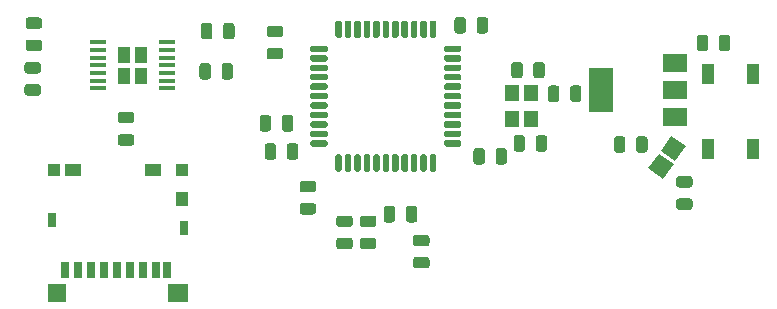
<source format=gbr>
%TF.GenerationSoftware,KiCad,Pcbnew,(5.1.6)-1*%
%TF.CreationDate,2021-02-18T08:34:05-06:00*%
%TF.ProjectId,Pikatea Macropad Mini,50696b61-7465-4612-904d-6163726f7061,rev?*%
%TF.SameCoordinates,Original*%
%TF.FileFunction,Paste,Top*%
%TF.FilePolarity,Positive*%
%FSLAX46Y46*%
G04 Gerber Fmt 4.6, Leading zero omitted, Abs format (unit mm)*
G04 Created by KiCad (PCBNEW (5.1.6)-1) date 2021-02-18 08:34:05*
%MOMM*%
%LPD*%
G01*
G04 APERTURE LIST*
%ADD10R,0.725000X1.200000*%
%ADD11R,1.025000X1.150000*%
%ADD12R,1.775000X1.500000*%
%ADD13R,1.625000X1.500000*%
%ADD14R,0.750000X1.350000*%
%ADD15R,0.650000X1.350000*%
%ADD16R,1.400000X1.050000*%
%ADD17R,1.075000X1.050000*%
%ADD18C,0.100000*%
%ADD19R,1.100000X1.400000*%
%ADD20R,1.450000X0.450000*%
%ADD21R,2.000000X1.500000*%
%ADD22R,2.000000X3.800000*%
%ADD23R,1.000000X1.700000*%
%ADD24R,1.200000X1.400000*%
G04 APERTURE END LIST*
D10*
%TO.C,XS1*%
X112300000Y-106750000D03*
X123512500Y-107450000D03*
D11*
X123362500Y-104975000D03*
D12*
X122987500Y-112950000D03*
D13*
X112737500Y-112950000D03*
D14*
X113400000Y-111025000D03*
X114500000Y-111025000D03*
X115600000Y-111025000D03*
X116700000Y-111025000D03*
X117800000Y-111025000D03*
X118900000Y-111025000D03*
X120000000Y-111025000D03*
X121100000Y-111025000D03*
D15*
X122090000Y-111025000D03*
D16*
X114100000Y-102525000D03*
D17*
X112462500Y-102525000D03*
X123337500Y-102525000D03*
D16*
X120900000Y-102525000D03*
%TD*%
D18*
%TO.C,SW3*%
G36*
X165117651Y-101809428D02*
G01*
X163869263Y-100935298D01*
X164743393Y-99686910D01*
X165991781Y-100561040D01*
X165117651Y-101809428D01*
G37*
G36*
X164085214Y-103283901D02*
G01*
X162836826Y-102409771D01*
X163710956Y-101161383D01*
X164959344Y-102035513D01*
X164085214Y-103283901D01*
G37*
%TD*%
%TO.C,C13*%
G36*
G01*
X168787500Y-92256250D02*
X168787500Y-91343750D01*
G75*
G02*
X169031250Y-91100000I243750J0D01*
G01*
X169518750Y-91100000D01*
G75*
G02*
X169762500Y-91343750I0J-243750D01*
G01*
X169762500Y-92256250D01*
G75*
G02*
X169518750Y-92500000I-243750J0D01*
G01*
X169031250Y-92500000D01*
G75*
G02*
X168787500Y-92256250I0J243750D01*
G01*
G37*
G36*
G01*
X166912500Y-92256250D02*
X166912500Y-91343750D01*
G75*
G02*
X167156250Y-91100000I243750J0D01*
G01*
X167643750Y-91100000D01*
G75*
G02*
X167887500Y-91343750I0J-243750D01*
G01*
X167887500Y-92256250D01*
G75*
G02*
X167643750Y-92500000I-243750J0D01*
G01*
X167156250Y-92500000D01*
G75*
G02*
X166912500Y-92256250I0J243750D01*
G01*
G37*
%TD*%
D19*
%TO.C,U3*%
X118400000Y-92800000D03*
D20*
X122100000Y-91750000D03*
X122100000Y-92400000D03*
X122100000Y-93050000D03*
X122100000Y-93700000D03*
X122100000Y-94350000D03*
X122100000Y-95000000D03*
X122100000Y-95650000D03*
X116200000Y-95650000D03*
X116200000Y-95000000D03*
X116200000Y-94350000D03*
X116200000Y-93700000D03*
X116200000Y-93050000D03*
X116200000Y-92400000D03*
X116200000Y-91750000D03*
D19*
X119900000Y-92800000D03*
X119900000Y-94600000D03*
X118400000Y-94600000D03*
%TD*%
D21*
%TO.C,U2*%
X165100000Y-98100000D03*
X165100000Y-93500000D03*
X165100000Y-95800000D03*
D22*
X158800000Y-95800000D03*
%TD*%
D23*
%TO.C,SW1*%
X167900000Y-100750000D03*
X167900000Y-94450000D03*
X171700000Y-100750000D03*
X171700000Y-94450000D03*
%TD*%
%TO.C,R7*%
G36*
G01*
X110243750Y-95287500D02*
X111156250Y-95287500D01*
G75*
G02*
X111400000Y-95531250I0J-243750D01*
G01*
X111400000Y-96018750D01*
G75*
G02*
X111156250Y-96262500I-243750J0D01*
G01*
X110243750Y-96262500D01*
G75*
G02*
X110000000Y-96018750I0J243750D01*
G01*
X110000000Y-95531250D01*
G75*
G02*
X110243750Y-95287500I243750J0D01*
G01*
G37*
G36*
G01*
X110243750Y-93412500D02*
X111156250Y-93412500D01*
G75*
G02*
X111400000Y-93656250I0J-243750D01*
G01*
X111400000Y-94143750D01*
G75*
G02*
X111156250Y-94387500I-243750J0D01*
G01*
X110243750Y-94387500D01*
G75*
G02*
X110000000Y-94143750I0J243750D01*
G01*
X110000000Y-93656250D01*
G75*
G02*
X110243750Y-93412500I243750J0D01*
G01*
G37*
%TD*%
%TO.C,R6*%
G36*
G01*
X125912500Y-90343750D02*
X125912500Y-91256250D01*
G75*
G02*
X125668750Y-91500000I-243750J0D01*
G01*
X125181250Y-91500000D01*
G75*
G02*
X124937500Y-91256250I0J243750D01*
G01*
X124937500Y-90343750D01*
G75*
G02*
X125181250Y-90100000I243750J0D01*
G01*
X125668750Y-90100000D01*
G75*
G02*
X125912500Y-90343750I0J-243750D01*
G01*
G37*
G36*
G01*
X127787500Y-90343750D02*
X127787500Y-91256250D01*
G75*
G02*
X127543750Y-91500000I-243750J0D01*
G01*
X127056250Y-91500000D01*
G75*
G02*
X126812500Y-91256250I0J243750D01*
G01*
X126812500Y-90343750D01*
G75*
G02*
X127056250Y-90100000I243750J0D01*
G01*
X127543750Y-90100000D01*
G75*
G02*
X127787500Y-90343750I0J-243750D01*
G01*
G37*
%TD*%
%TO.C,R3*%
G36*
G01*
X166336250Y-104052500D02*
X165423750Y-104052500D01*
G75*
G02*
X165180000Y-103808750I0J243750D01*
G01*
X165180000Y-103321250D01*
G75*
G02*
X165423750Y-103077500I243750J0D01*
G01*
X166336250Y-103077500D01*
G75*
G02*
X166580000Y-103321250I0J-243750D01*
G01*
X166580000Y-103808750D01*
G75*
G02*
X166336250Y-104052500I-243750J0D01*
G01*
G37*
G36*
G01*
X166336250Y-105927500D02*
X165423750Y-105927500D01*
G75*
G02*
X165180000Y-105683750I0J243750D01*
G01*
X165180000Y-105196250D01*
G75*
G02*
X165423750Y-104952500I243750J0D01*
G01*
X166336250Y-104952500D01*
G75*
G02*
X166580000Y-105196250I0J-243750D01*
G01*
X166580000Y-105683750D01*
G75*
G02*
X166336250Y-105927500I-243750J0D01*
G01*
G37*
%TD*%
%TO.C,R2*%
G36*
G01*
X111256250Y-90612500D02*
X110343750Y-90612500D01*
G75*
G02*
X110100000Y-90368750I0J243750D01*
G01*
X110100000Y-89881250D01*
G75*
G02*
X110343750Y-89637500I243750J0D01*
G01*
X111256250Y-89637500D01*
G75*
G02*
X111500000Y-89881250I0J-243750D01*
G01*
X111500000Y-90368750D01*
G75*
G02*
X111256250Y-90612500I-243750J0D01*
G01*
G37*
G36*
G01*
X111256250Y-92487500D02*
X110343750Y-92487500D01*
G75*
G02*
X110100000Y-92243750I0J243750D01*
G01*
X110100000Y-91756250D01*
G75*
G02*
X110343750Y-91512500I243750J0D01*
G01*
X111256250Y-91512500D01*
G75*
G02*
X111500000Y-91756250I0J-243750D01*
G01*
X111500000Y-92243750D01*
G75*
G02*
X111256250Y-92487500I-243750J0D01*
G01*
G37*
%TD*%
%TO.C,R1*%
G36*
G01*
X118143750Y-99512500D02*
X119056250Y-99512500D01*
G75*
G02*
X119300000Y-99756250I0J-243750D01*
G01*
X119300000Y-100243750D01*
G75*
G02*
X119056250Y-100487500I-243750J0D01*
G01*
X118143750Y-100487500D01*
G75*
G02*
X117900000Y-100243750I0J243750D01*
G01*
X117900000Y-99756250D01*
G75*
G02*
X118143750Y-99512500I243750J0D01*
G01*
G37*
G36*
G01*
X118143750Y-97637500D02*
X119056250Y-97637500D01*
G75*
G02*
X119300000Y-97881250I0J-243750D01*
G01*
X119300000Y-98368750D01*
G75*
G02*
X119056250Y-98612500I-243750J0D01*
G01*
X118143750Y-98612500D01*
G75*
G02*
X117900000Y-98368750I0J243750D01*
G01*
X117900000Y-97881250D01*
G75*
G02*
X118143750Y-97637500I243750J0D01*
G01*
G37*
%TD*%
%TO.C,C14*%
G36*
G01*
X155287500Y-95643750D02*
X155287500Y-96556250D01*
G75*
G02*
X155043750Y-96800000I-243750J0D01*
G01*
X154556250Y-96800000D01*
G75*
G02*
X154312500Y-96556250I0J243750D01*
G01*
X154312500Y-95643750D01*
G75*
G02*
X154556250Y-95400000I243750J0D01*
G01*
X155043750Y-95400000D01*
G75*
G02*
X155287500Y-95643750I0J-243750D01*
G01*
G37*
G36*
G01*
X157162500Y-95643750D02*
X157162500Y-96556250D01*
G75*
G02*
X156918750Y-96800000I-243750J0D01*
G01*
X156431250Y-96800000D01*
G75*
G02*
X156187500Y-96556250I0J243750D01*
G01*
X156187500Y-95643750D01*
G75*
G02*
X156431250Y-95400000I243750J0D01*
G01*
X156918750Y-95400000D01*
G75*
G02*
X157162500Y-95643750I0J-243750D01*
G01*
G37*
%TD*%
%TO.C,C12*%
G36*
G01*
X125787500Y-93743750D02*
X125787500Y-94656250D01*
G75*
G02*
X125543750Y-94900000I-243750J0D01*
G01*
X125056250Y-94900000D01*
G75*
G02*
X124812500Y-94656250I0J243750D01*
G01*
X124812500Y-93743750D01*
G75*
G02*
X125056250Y-93500000I243750J0D01*
G01*
X125543750Y-93500000D01*
G75*
G02*
X125787500Y-93743750I0J-243750D01*
G01*
G37*
G36*
G01*
X127662500Y-93743750D02*
X127662500Y-94656250D01*
G75*
G02*
X127418750Y-94900000I-243750J0D01*
G01*
X126931250Y-94900000D01*
G75*
G02*
X126687500Y-94656250I0J243750D01*
G01*
X126687500Y-93743750D01*
G75*
G02*
X126931250Y-93500000I243750J0D01*
G01*
X127418750Y-93500000D01*
G75*
G02*
X127662500Y-93743750I0J-243750D01*
G01*
G37*
%TD*%
%TO.C,C11*%
G36*
G01*
X160887500Y-99943750D02*
X160887500Y-100856250D01*
G75*
G02*
X160643750Y-101100000I-243750J0D01*
G01*
X160156250Y-101100000D01*
G75*
G02*
X159912500Y-100856250I0J243750D01*
G01*
X159912500Y-99943750D01*
G75*
G02*
X160156250Y-99700000I243750J0D01*
G01*
X160643750Y-99700000D01*
G75*
G02*
X160887500Y-99943750I0J-243750D01*
G01*
G37*
G36*
G01*
X162762500Y-99943750D02*
X162762500Y-100856250D01*
G75*
G02*
X162518750Y-101100000I-243750J0D01*
G01*
X162031250Y-101100000D01*
G75*
G02*
X161787500Y-100856250I0J243750D01*
G01*
X161787500Y-99943750D01*
G75*
G02*
X162031250Y-99700000I243750J0D01*
G01*
X162518750Y-99700000D01*
G75*
G02*
X162762500Y-99943750I0J-243750D01*
G01*
G37*
%TD*%
D24*
%TO.C,X1*%
X152900000Y-96000000D03*
X152900000Y-98200000D03*
X151300000Y-98200000D03*
X151300000Y-96000000D03*
%TD*%
%TO.C,U1*%
G36*
G01*
X135537500Y-100575000D02*
X134337500Y-100575000D01*
G75*
G02*
X134200000Y-100437500I0J137500D01*
G01*
X134200000Y-100162500D01*
G75*
G02*
X134337500Y-100025000I137500J0D01*
G01*
X135537500Y-100025000D01*
G75*
G02*
X135675000Y-100162500I0J-137500D01*
G01*
X135675000Y-100437500D01*
G75*
G02*
X135537500Y-100575000I-137500J0D01*
G01*
G37*
G36*
G01*
X135537500Y-99775000D02*
X134337500Y-99775000D01*
G75*
G02*
X134200000Y-99637500I0J137500D01*
G01*
X134200000Y-99362500D01*
G75*
G02*
X134337500Y-99225000I137500J0D01*
G01*
X135537500Y-99225000D01*
G75*
G02*
X135675000Y-99362500I0J-137500D01*
G01*
X135675000Y-99637500D01*
G75*
G02*
X135537500Y-99775000I-137500J0D01*
G01*
G37*
G36*
G01*
X135537500Y-98975000D02*
X134337500Y-98975000D01*
G75*
G02*
X134200000Y-98837500I0J137500D01*
G01*
X134200000Y-98562500D01*
G75*
G02*
X134337500Y-98425000I137500J0D01*
G01*
X135537500Y-98425000D01*
G75*
G02*
X135675000Y-98562500I0J-137500D01*
G01*
X135675000Y-98837500D01*
G75*
G02*
X135537500Y-98975000I-137500J0D01*
G01*
G37*
G36*
G01*
X135537500Y-98175000D02*
X134337500Y-98175000D01*
G75*
G02*
X134200000Y-98037500I0J137500D01*
G01*
X134200000Y-97762500D01*
G75*
G02*
X134337500Y-97625000I137500J0D01*
G01*
X135537500Y-97625000D01*
G75*
G02*
X135675000Y-97762500I0J-137500D01*
G01*
X135675000Y-98037500D01*
G75*
G02*
X135537500Y-98175000I-137500J0D01*
G01*
G37*
G36*
G01*
X135537500Y-97375000D02*
X134337500Y-97375000D01*
G75*
G02*
X134200000Y-97237500I0J137500D01*
G01*
X134200000Y-96962500D01*
G75*
G02*
X134337500Y-96825000I137500J0D01*
G01*
X135537500Y-96825000D01*
G75*
G02*
X135675000Y-96962500I0J-137500D01*
G01*
X135675000Y-97237500D01*
G75*
G02*
X135537500Y-97375000I-137500J0D01*
G01*
G37*
G36*
G01*
X135537500Y-96575000D02*
X134337500Y-96575000D01*
G75*
G02*
X134200000Y-96437500I0J137500D01*
G01*
X134200000Y-96162500D01*
G75*
G02*
X134337500Y-96025000I137500J0D01*
G01*
X135537500Y-96025000D01*
G75*
G02*
X135675000Y-96162500I0J-137500D01*
G01*
X135675000Y-96437500D01*
G75*
G02*
X135537500Y-96575000I-137500J0D01*
G01*
G37*
G36*
G01*
X135537500Y-95775000D02*
X134337500Y-95775000D01*
G75*
G02*
X134200000Y-95637500I0J137500D01*
G01*
X134200000Y-95362500D01*
G75*
G02*
X134337500Y-95225000I137500J0D01*
G01*
X135537500Y-95225000D01*
G75*
G02*
X135675000Y-95362500I0J-137500D01*
G01*
X135675000Y-95637500D01*
G75*
G02*
X135537500Y-95775000I-137500J0D01*
G01*
G37*
G36*
G01*
X135537500Y-94975000D02*
X134337500Y-94975000D01*
G75*
G02*
X134200000Y-94837500I0J137500D01*
G01*
X134200000Y-94562500D01*
G75*
G02*
X134337500Y-94425000I137500J0D01*
G01*
X135537500Y-94425000D01*
G75*
G02*
X135675000Y-94562500I0J-137500D01*
G01*
X135675000Y-94837500D01*
G75*
G02*
X135537500Y-94975000I-137500J0D01*
G01*
G37*
G36*
G01*
X135537500Y-94175000D02*
X134337500Y-94175000D01*
G75*
G02*
X134200000Y-94037500I0J137500D01*
G01*
X134200000Y-93762500D01*
G75*
G02*
X134337500Y-93625000I137500J0D01*
G01*
X135537500Y-93625000D01*
G75*
G02*
X135675000Y-93762500I0J-137500D01*
G01*
X135675000Y-94037500D01*
G75*
G02*
X135537500Y-94175000I-137500J0D01*
G01*
G37*
G36*
G01*
X135537500Y-93375000D02*
X134337500Y-93375000D01*
G75*
G02*
X134200000Y-93237500I0J137500D01*
G01*
X134200000Y-92962500D01*
G75*
G02*
X134337500Y-92825000I137500J0D01*
G01*
X135537500Y-92825000D01*
G75*
G02*
X135675000Y-92962500I0J-137500D01*
G01*
X135675000Y-93237500D01*
G75*
G02*
X135537500Y-93375000I-137500J0D01*
G01*
G37*
G36*
G01*
X135537500Y-92575000D02*
X134337500Y-92575000D01*
G75*
G02*
X134200000Y-92437500I0J137500D01*
G01*
X134200000Y-92162500D01*
G75*
G02*
X134337500Y-92025000I137500J0D01*
G01*
X135537500Y-92025000D01*
G75*
G02*
X135675000Y-92162500I0J-137500D01*
G01*
X135675000Y-92437500D01*
G75*
G02*
X135537500Y-92575000I-137500J0D01*
G01*
G37*
G36*
G01*
X136737500Y-91375000D02*
X136462500Y-91375000D01*
G75*
G02*
X136325000Y-91237500I0J137500D01*
G01*
X136325000Y-90037500D01*
G75*
G02*
X136462500Y-89900000I137500J0D01*
G01*
X136737500Y-89900000D01*
G75*
G02*
X136875000Y-90037500I0J-137500D01*
G01*
X136875000Y-91237500D01*
G75*
G02*
X136737500Y-91375000I-137500J0D01*
G01*
G37*
G36*
G01*
X137537500Y-91375000D02*
X137262500Y-91375000D01*
G75*
G02*
X137125000Y-91237500I0J137500D01*
G01*
X137125000Y-90037500D01*
G75*
G02*
X137262500Y-89900000I137500J0D01*
G01*
X137537500Y-89900000D01*
G75*
G02*
X137675000Y-90037500I0J-137500D01*
G01*
X137675000Y-91237500D01*
G75*
G02*
X137537500Y-91375000I-137500J0D01*
G01*
G37*
G36*
G01*
X138337500Y-91375000D02*
X138062500Y-91375000D01*
G75*
G02*
X137925000Y-91237500I0J137500D01*
G01*
X137925000Y-90037500D01*
G75*
G02*
X138062500Y-89900000I137500J0D01*
G01*
X138337500Y-89900000D01*
G75*
G02*
X138475000Y-90037500I0J-137500D01*
G01*
X138475000Y-91237500D01*
G75*
G02*
X138337500Y-91375000I-137500J0D01*
G01*
G37*
G36*
G01*
X139137500Y-91375000D02*
X138862500Y-91375000D01*
G75*
G02*
X138725000Y-91237500I0J137500D01*
G01*
X138725000Y-90037500D01*
G75*
G02*
X138862500Y-89900000I137500J0D01*
G01*
X139137500Y-89900000D01*
G75*
G02*
X139275000Y-90037500I0J-137500D01*
G01*
X139275000Y-91237500D01*
G75*
G02*
X139137500Y-91375000I-137500J0D01*
G01*
G37*
G36*
G01*
X139937500Y-91375000D02*
X139662500Y-91375000D01*
G75*
G02*
X139525000Y-91237500I0J137500D01*
G01*
X139525000Y-90037500D01*
G75*
G02*
X139662500Y-89900000I137500J0D01*
G01*
X139937500Y-89900000D01*
G75*
G02*
X140075000Y-90037500I0J-137500D01*
G01*
X140075000Y-91237500D01*
G75*
G02*
X139937500Y-91375000I-137500J0D01*
G01*
G37*
G36*
G01*
X140737500Y-91375000D02*
X140462500Y-91375000D01*
G75*
G02*
X140325000Y-91237500I0J137500D01*
G01*
X140325000Y-90037500D01*
G75*
G02*
X140462500Y-89900000I137500J0D01*
G01*
X140737500Y-89900000D01*
G75*
G02*
X140875000Y-90037500I0J-137500D01*
G01*
X140875000Y-91237500D01*
G75*
G02*
X140737500Y-91375000I-137500J0D01*
G01*
G37*
G36*
G01*
X141537500Y-91375000D02*
X141262500Y-91375000D01*
G75*
G02*
X141125000Y-91237500I0J137500D01*
G01*
X141125000Y-90037500D01*
G75*
G02*
X141262500Y-89900000I137500J0D01*
G01*
X141537500Y-89900000D01*
G75*
G02*
X141675000Y-90037500I0J-137500D01*
G01*
X141675000Y-91237500D01*
G75*
G02*
X141537500Y-91375000I-137500J0D01*
G01*
G37*
G36*
G01*
X142337500Y-91375000D02*
X142062500Y-91375000D01*
G75*
G02*
X141925000Y-91237500I0J137500D01*
G01*
X141925000Y-90037500D01*
G75*
G02*
X142062500Y-89900000I137500J0D01*
G01*
X142337500Y-89900000D01*
G75*
G02*
X142475000Y-90037500I0J-137500D01*
G01*
X142475000Y-91237500D01*
G75*
G02*
X142337500Y-91375000I-137500J0D01*
G01*
G37*
G36*
G01*
X143137500Y-91375000D02*
X142862500Y-91375000D01*
G75*
G02*
X142725000Y-91237500I0J137500D01*
G01*
X142725000Y-90037500D01*
G75*
G02*
X142862500Y-89900000I137500J0D01*
G01*
X143137500Y-89900000D01*
G75*
G02*
X143275000Y-90037500I0J-137500D01*
G01*
X143275000Y-91237500D01*
G75*
G02*
X143137500Y-91375000I-137500J0D01*
G01*
G37*
G36*
G01*
X143937500Y-91375000D02*
X143662500Y-91375000D01*
G75*
G02*
X143525000Y-91237500I0J137500D01*
G01*
X143525000Y-90037500D01*
G75*
G02*
X143662500Y-89900000I137500J0D01*
G01*
X143937500Y-89900000D01*
G75*
G02*
X144075000Y-90037500I0J-137500D01*
G01*
X144075000Y-91237500D01*
G75*
G02*
X143937500Y-91375000I-137500J0D01*
G01*
G37*
G36*
G01*
X144737500Y-91375000D02*
X144462500Y-91375000D01*
G75*
G02*
X144325000Y-91237500I0J137500D01*
G01*
X144325000Y-90037500D01*
G75*
G02*
X144462500Y-89900000I137500J0D01*
G01*
X144737500Y-89900000D01*
G75*
G02*
X144875000Y-90037500I0J-137500D01*
G01*
X144875000Y-91237500D01*
G75*
G02*
X144737500Y-91375000I-137500J0D01*
G01*
G37*
G36*
G01*
X146862500Y-92575000D02*
X145662500Y-92575000D01*
G75*
G02*
X145525000Y-92437500I0J137500D01*
G01*
X145525000Y-92162500D01*
G75*
G02*
X145662500Y-92025000I137500J0D01*
G01*
X146862500Y-92025000D01*
G75*
G02*
X147000000Y-92162500I0J-137500D01*
G01*
X147000000Y-92437500D01*
G75*
G02*
X146862500Y-92575000I-137500J0D01*
G01*
G37*
G36*
G01*
X146862500Y-93375000D02*
X145662500Y-93375000D01*
G75*
G02*
X145525000Y-93237500I0J137500D01*
G01*
X145525000Y-92962500D01*
G75*
G02*
X145662500Y-92825000I137500J0D01*
G01*
X146862500Y-92825000D01*
G75*
G02*
X147000000Y-92962500I0J-137500D01*
G01*
X147000000Y-93237500D01*
G75*
G02*
X146862500Y-93375000I-137500J0D01*
G01*
G37*
G36*
G01*
X146862500Y-94175000D02*
X145662500Y-94175000D01*
G75*
G02*
X145525000Y-94037500I0J137500D01*
G01*
X145525000Y-93762500D01*
G75*
G02*
X145662500Y-93625000I137500J0D01*
G01*
X146862500Y-93625000D01*
G75*
G02*
X147000000Y-93762500I0J-137500D01*
G01*
X147000000Y-94037500D01*
G75*
G02*
X146862500Y-94175000I-137500J0D01*
G01*
G37*
G36*
G01*
X146862500Y-94975000D02*
X145662500Y-94975000D01*
G75*
G02*
X145525000Y-94837500I0J137500D01*
G01*
X145525000Y-94562500D01*
G75*
G02*
X145662500Y-94425000I137500J0D01*
G01*
X146862500Y-94425000D01*
G75*
G02*
X147000000Y-94562500I0J-137500D01*
G01*
X147000000Y-94837500D01*
G75*
G02*
X146862500Y-94975000I-137500J0D01*
G01*
G37*
G36*
G01*
X146862500Y-95775000D02*
X145662500Y-95775000D01*
G75*
G02*
X145525000Y-95637500I0J137500D01*
G01*
X145525000Y-95362500D01*
G75*
G02*
X145662500Y-95225000I137500J0D01*
G01*
X146862500Y-95225000D01*
G75*
G02*
X147000000Y-95362500I0J-137500D01*
G01*
X147000000Y-95637500D01*
G75*
G02*
X146862500Y-95775000I-137500J0D01*
G01*
G37*
G36*
G01*
X146862500Y-96575000D02*
X145662500Y-96575000D01*
G75*
G02*
X145525000Y-96437500I0J137500D01*
G01*
X145525000Y-96162500D01*
G75*
G02*
X145662500Y-96025000I137500J0D01*
G01*
X146862500Y-96025000D01*
G75*
G02*
X147000000Y-96162500I0J-137500D01*
G01*
X147000000Y-96437500D01*
G75*
G02*
X146862500Y-96575000I-137500J0D01*
G01*
G37*
G36*
G01*
X146862500Y-97375000D02*
X145662500Y-97375000D01*
G75*
G02*
X145525000Y-97237500I0J137500D01*
G01*
X145525000Y-96962500D01*
G75*
G02*
X145662500Y-96825000I137500J0D01*
G01*
X146862500Y-96825000D01*
G75*
G02*
X147000000Y-96962500I0J-137500D01*
G01*
X147000000Y-97237500D01*
G75*
G02*
X146862500Y-97375000I-137500J0D01*
G01*
G37*
G36*
G01*
X146862500Y-98175000D02*
X145662500Y-98175000D01*
G75*
G02*
X145525000Y-98037500I0J137500D01*
G01*
X145525000Y-97762500D01*
G75*
G02*
X145662500Y-97625000I137500J0D01*
G01*
X146862500Y-97625000D01*
G75*
G02*
X147000000Y-97762500I0J-137500D01*
G01*
X147000000Y-98037500D01*
G75*
G02*
X146862500Y-98175000I-137500J0D01*
G01*
G37*
G36*
G01*
X146862500Y-98975000D02*
X145662500Y-98975000D01*
G75*
G02*
X145525000Y-98837500I0J137500D01*
G01*
X145525000Y-98562500D01*
G75*
G02*
X145662500Y-98425000I137500J0D01*
G01*
X146862500Y-98425000D01*
G75*
G02*
X147000000Y-98562500I0J-137500D01*
G01*
X147000000Y-98837500D01*
G75*
G02*
X146862500Y-98975000I-137500J0D01*
G01*
G37*
G36*
G01*
X146862500Y-99775000D02*
X145662500Y-99775000D01*
G75*
G02*
X145525000Y-99637500I0J137500D01*
G01*
X145525000Y-99362500D01*
G75*
G02*
X145662500Y-99225000I137500J0D01*
G01*
X146862500Y-99225000D01*
G75*
G02*
X147000000Y-99362500I0J-137500D01*
G01*
X147000000Y-99637500D01*
G75*
G02*
X146862500Y-99775000I-137500J0D01*
G01*
G37*
G36*
G01*
X146862500Y-100575000D02*
X145662500Y-100575000D01*
G75*
G02*
X145525000Y-100437500I0J137500D01*
G01*
X145525000Y-100162500D01*
G75*
G02*
X145662500Y-100025000I137500J0D01*
G01*
X146862500Y-100025000D01*
G75*
G02*
X147000000Y-100162500I0J-137500D01*
G01*
X147000000Y-100437500D01*
G75*
G02*
X146862500Y-100575000I-137500J0D01*
G01*
G37*
G36*
G01*
X144737500Y-102700000D02*
X144462500Y-102700000D01*
G75*
G02*
X144325000Y-102562500I0J137500D01*
G01*
X144325000Y-101362500D01*
G75*
G02*
X144462500Y-101225000I137500J0D01*
G01*
X144737500Y-101225000D01*
G75*
G02*
X144875000Y-101362500I0J-137500D01*
G01*
X144875000Y-102562500D01*
G75*
G02*
X144737500Y-102700000I-137500J0D01*
G01*
G37*
G36*
G01*
X143937500Y-102700000D02*
X143662500Y-102700000D01*
G75*
G02*
X143525000Y-102562500I0J137500D01*
G01*
X143525000Y-101362500D01*
G75*
G02*
X143662500Y-101225000I137500J0D01*
G01*
X143937500Y-101225000D01*
G75*
G02*
X144075000Y-101362500I0J-137500D01*
G01*
X144075000Y-102562500D01*
G75*
G02*
X143937500Y-102700000I-137500J0D01*
G01*
G37*
G36*
G01*
X143137500Y-102700000D02*
X142862500Y-102700000D01*
G75*
G02*
X142725000Y-102562500I0J137500D01*
G01*
X142725000Y-101362500D01*
G75*
G02*
X142862500Y-101225000I137500J0D01*
G01*
X143137500Y-101225000D01*
G75*
G02*
X143275000Y-101362500I0J-137500D01*
G01*
X143275000Y-102562500D01*
G75*
G02*
X143137500Y-102700000I-137500J0D01*
G01*
G37*
G36*
G01*
X142337500Y-102700000D02*
X142062500Y-102700000D01*
G75*
G02*
X141925000Y-102562500I0J137500D01*
G01*
X141925000Y-101362500D01*
G75*
G02*
X142062500Y-101225000I137500J0D01*
G01*
X142337500Y-101225000D01*
G75*
G02*
X142475000Y-101362500I0J-137500D01*
G01*
X142475000Y-102562500D01*
G75*
G02*
X142337500Y-102700000I-137500J0D01*
G01*
G37*
G36*
G01*
X141537500Y-102700000D02*
X141262500Y-102700000D01*
G75*
G02*
X141125000Y-102562500I0J137500D01*
G01*
X141125000Y-101362500D01*
G75*
G02*
X141262500Y-101225000I137500J0D01*
G01*
X141537500Y-101225000D01*
G75*
G02*
X141675000Y-101362500I0J-137500D01*
G01*
X141675000Y-102562500D01*
G75*
G02*
X141537500Y-102700000I-137500J0D01*
G01*
G37*
G36*
G01*
X140737500Y-102700000D02*
X140462500Y-102700000D01*
G75*
G02*
X140325000Y-102562500I0J137500D01*
G01*
X140325000Y-101362500D01*
G75*
G02*
X140462500Y-101225000I137500J0D01*
G01*
X140737500Y-101225000D01*
G75*
G02*
X140875000Y-101362500I0J-137500D01*
G01*
X140875000Y-102562500D01*
G75*
G02*
X140737500Y-102700000I-137500J0D01*
G01*
G37*
G36*
G01*
X139937500Y-102700000D02*
X139662500Y-102700000D01*
G75*
G02*
X139525000Y-102562500I0J137500D01*
G01*
X139525000Y-101362500D01*
G75*
G02*
X139662500Y-101225000I137500J0D01*
G01*
X139937500Y-101225000D01*
G75*
G02*
X140075000Y-101362500I0J-137500D01*
G01*
X140075000Y-102562500D01*
G75*
G02*
X139937500Y-102700000I-137500J0D01*
G01*
G37*
G36*
G01*
X139137500Y-102700000D02*
X138862500Y-102700000D01*
G75*
G02*
X138725000Y-102562500I0J137500D01*
G01*
X138725000Y-101362500D01*
G75*
G02*
X138862500Y-101225000I137500J0D01*
G01*
X139137500Y-101225000D01*
G75*
G02*
X139275000Y-101362500I0J-137500D01*
G01*
X139275000Y-102562500D01*
G75*
G02*
X139137500Y-102700000I-137500J0D01*
G01*
G37*
G36*
G01*
X138337500Y-102700000D02*
X138062500Y-102700000D01*
G75*
G02*
X137925000Y-102562500I0J137500D01*
G01*
X137925000Y-101362500D01*
G75*
G02*
X138062500Y-101225000I137500J0D01*
G01*
X138337500Y-101225000D01*
G75*
G02*
X138475000Y-101362500I0J-137500D01*
G01*
X138475000Y-102562500D01*
G75*
G02*
X138337500Y-102700000I-137500J0D01*
G01*
G37*
G36*
G01*
X137537500Y-102700000D02*
X137262500Y-102700000D01*
G75*
G02*
X137125000Y-102562500I0J137500D01*
G01*
X137125000Y-101362500D01*
G75*
G02*
X137262500Y-101225000I137500J0D01*
G01*
X137537500Y-101225000D01*
G75*
G02*
X137675000Y-101362500I0J-137500D01*
G01*
X137675000Y-102562500D01*
G75*
G02*
X137537500Y-102700000I-137500J0D01*
G01*
G37*
G36*
G01*
X136737500Y-102700000D02*
X136462500Y-102700000D01*
G75*
G02*
X136325000Y-102562500I0J137500D01*
G01*
X136325000Y-101362500D01*
G75*
G02*
X136462500Y-101225000I137500J0D01*
G01*
X136737500Y-101225000D01*
G75*
G02*
X136875000Y-101362500I0J-137500D01*
G01*
X136875000Y-102562500D01*
G75*
G02*
X136737500Y-102700000I-137500J0D01*
G01*
G37*
%TD*%
%TO.C,R5*%
G36*
G01*
X137556250Y-107387500D02*
X136643750Y-107387500D01*
G75*
G02*
X136400000Y-107143750I0J243750D01*
G01*
X136400000Y-106656250D01*
G75*
G02*
X136643750Y-106412500I243750J0D01*
G01*
X137556250Y-106412500D01*
G75*
G02*
X137800000Y-106656250I0J-243750D01*
G01*
X137800000Y-107143750D01*
G75*
G02*
X137556250Y-107387500I-243750J0D01*
G01*
G37*
G36*
G01*
X137556250Y-109262500D02*
X136643750Y-109262500D01*
G75*
G02*
X136400000Y-109018750I0J243750D01*
G01*
X136400000Y-108531250D01*
G75*
G02*
X136643750Y-108287500I243750J0D01*
G01*
X137556250Y-108287500D01*
G75*
G02*
X137800000Y-108531250I0J-243750D01*
G01*
X137800000Y-109018750D01*
G75*
G02*
X137556250Y-109262500I-243750J0D01*
G01*
G37*
%TD*%
%TO.C,R4*%
G36*
G01*
X139556250Y-107387500D02*
X138643750Y-107387500D01*
G75*
G02*
X138400000Y-107143750I0J243750D01*
G01*
X138400000Y-106656250D01*
G75*
G02*
X138643750Y-106412500I243750J0D01*
G01*
X139556250Y-106412500D01*
G75*
G02*
X139800000Y-106656250I0J-243750D01*
G01*
X139800000Y-107143750D01*
G75*
G02*
X139556250Y-107387500I-243750J0D01*
G01*
G37*
G36*
G01*
X139556250Y-109262500D02*
X138643750Y-109262500D01*
G75*
G02*
X138400000Y-109018750I0J243750D01*
G01*
X138400000Y-108531250D01*
G75*
G02*
X138643750Y-108287500I243750J0D01*
G01*
X139556250Y-108287500D01*
G75*
G02*
X139800000Y-108531250I0J-243750D01*
G01*
X139800000Y-109018750D01*
G75*
G02*
X139556250Y-109262500I-243750J0D01*
G01*
G37*
%TD*%
%TO.C,C10*%
G36*
G01*
X130887500Y-98143750D02*
X130887500Y-99056250D01*
G75*
G02*
X130643750Y-99300000I-243750J0D01*
G01*
X130156250Y-99300000D01*
G75*
G02*
X129912500Y-99056250I0J243750D01*
G01*
X129912500Y-98143750D01*
G75*
G02*
X130156250Y-97900000I243750J0D01*
G01*
X130643750Y-97900000D01*
G75*
G02*
X130887500Y-98143750I0J-243750D01*
G01*
G37*
G36*
G01*
X132762500Y-98143750D02*
X132762500Y-99056250D01*
G75*
G02*
X132518750Y-99300000I-243750J0D01*
G01*
X132031250Y-99300000D01*
G75*
G02*
X131787500Y-99056250I0J243750D01*
G01*
X131787500Y-98143750D01*
G75*
G02*
X132031250Y-97900000I243750J0D01*
G01*
X132518750Y-97900000D01*
G75*
G02*
X132762500Y-98143750I0J-243750D01*
G01*
G37*
%TD*%
%TO.C,C9*%
G36*
G01*
X141387500Y-105843750D02*
X141387500Y-106756250D01*
G75*
G02*
X141143750Y-107000000I-243750J0D01*
G01*
X140656250Y-107000000D01*
G75*
G02*
X140412500Y-106756250I0J243750D01*
G01*
X140412500Y-105843750D01*
G75*
G02*
X140656250Y-105600000I243750J0D01*
G01*
X141143750Y-105600000D01*
G75*
G02*
X141387500Y-105843750I0J-243750D01*
G01*
G37*
G36*
G01*
X143262500Y-105843750D02*
X143262500Y-106756250D01*
G75*
G02*
X143018750Y-107000000I-243750J0D01*
G01*
X142531250Y-107000000D01*
G75*
G02*
X142287500Y-106756250I0J243750D01*
G01*
X142287500Y-105843750D01*
G75*
G02*
X142531250Y-105600000I243750J0D01*
G01*
X143018750Y-105600000D01*
G75*
G02*
X143262500Y-105843750I0J-243750D01*
G01*
G37*
%TD*%
%TO.C,C8*%
G36*
G01*
X152387500Y-99843750D02*
X152387500Y-100756250D01*
G75*
G02*
X152143750Y-101000000I-243750J0D01*
G01*
X151656250Y-101000000D01*
G75*
G02*
X151412500Y-100756250I0J243750D01*
G01*
X151412500Y-99843750D01*
G75*
G02*
X151656250Y-99600000I243750J0D01*
G01*
X152143750Y-99600000D01*
G75*
G02*
X152387500Y-99843750I0J-243750D01*
G01*
G37*
G36*
G01*
X154262500Y-99843750D02*
X154262500Y-100756250D01*
G75*
G02*
X154018750Y-101000000I-243750J0D01*
G01*
X153531250Y-101000000D01*
G75*
G02*
X153287500Y-100756250I0J243750D01*
G01*
X153287500Y-99843750D01*
G75*
G02*
X153531250Y-99600000I243750J0D01*
G01*
X154018750Y-99600000D01*
G75*
G02*
X154262500Y-99843750I0J-243750D01*
G01*
G37*
%TD*%
%TO.C,C7*%
G36*
G01*
X153087500Y-94556250D02*
X153087500Y-93643750D01*
G75*
G02*
X153331250Y-93400000I243750J0D01*
G01*
X153818750Y-93400000D01*
G75*
G02*
X154062500Y-93643750I0J-243750D01*
G01*
X154062500Y-94556250D01*
G75*
G02*
X153818750Y-94800000I-243750J0D01*
G01*
X153331250Y-94800000D01*
G75*
G02*
X153087500Y-94556250I0J243750D01*
G01*
G37*
G36*
G01*
X151212500Y-94556250D02*
X151212500Y-93643750D01*
G75*
G02*
X151456250Y-93400000I243750J0D01*
G01*
X151943750Y-93400000D01*
G75*
G02*
X152187500Y-93643750I0J-243750D01*
G01*
X152187500Y-94556250D01*
G75*
G02*
X151943750Y-94800000I-243750J0D01*
G01*
X151456250Y-94800000D01*
G75*
G02*
X151212500Y-94556250I0J243750D01*
G01*
G37*
%TD*%
%TO.C,C6*%
G36*
G01*
X143143750Y-109912500D02*
X144056250Y-109912500D01*
G75*
G02*
X144300000Y-110156250I0J-243750D01*
G01*
X144300000Y-110643750D01*
G75*
G02*
X144056250Y-110887500I-243750J0D01*
G01*
X143143750Y-110887500D01*
G75*
G02*
X142900000Y-110643750I0J243750D01*
G01*
X142900000Y-110156250D01*
G75*
G02*
X143143750Y-109912500I243750J0D01*
G01*
G37*
G36*
G01*
X143143750Y-108037500D02*
X144056250Y-108037500D01*
G75*
G02*
X144300000Y-108281250I0J-243750D01*
G01*
X144300000Y-108768750D01*
G75*
G02*
X144056250Y-109012500I-243750J0D01*
G01*
X143143750Y-109012500D01*
G75*
G02*
X142900000Y-108768750I0J243750D01*
G01*
X142900000Y-108281250D01*
G75*
G02*
X143143750Y-108037500I243750J0D01*
G01*
G37*
%TD*%
%TO.C,C5*%
G36*
G01*
X133543750Y-105350000D02*
X134456250Y-105350000D01*
G75*
G02*
X134700000Y-105593750I0J-243750D01*
G01*
X134700000Y-106081250D01*
G75*
G02*
X134456250Y-106325000I-243750J0D01*
G01*
X133543750Y-106325000D01*
G75*
G02*
X133300000Y-106081250I0J243750D01*
G01*
X133300000Y-105593750D01*
G75*
G02*
X133543750Y-105350000I243750J0D01*
G01*
G37*
G36*
G01*
X133543750Y-103475000D02*
X134456250Y-103475000D01*
G75*
G02*
X134700000Y-103718750I0J-243750D01*
G01*
X134700000Y-104206250D01*
G75*
G02*
X134456250Y-104450000I-243750J0D01*
G01*
X133543750Y-104450000D01*
G75*
G02*
X133300000Y-104206250I0J243750D01*
G01*
X133300000Y-103718750D01*
G75*
G02*
X133543750Y-103475000I243750J0D01*
G01*
G37*
%TD*%
%TO.C,C4*%
G36*
G01*
X131312500Y-100543750D02*
X131312500Y-101456250D01*
G75*
G02*
X131068750Y-101700000I-243750J0D01*
G01*
X130581250Y-101700000D01*
G75*
G02*
X130337500Y-101456250I0J243750D01*
G01*
X130337500Y-100543750D01*
G75*
G02*
X130581250Y-100300000I243750J0D01*
G01*
X131068750Y-100300000D01*
G75*
G02*
X131312500Y-100543750I0J-243750D01*
G01*
G37*
G36*
G01*
X133187500Y-100543750D02*
X133187500Y-101456250D01*
G75*
G02*
X132943750Y-101700000I-243750J0D01*
G01*
X132456250Y-101700000D01*
G75*
G02*
X132212500Y-101456250I0J243750D01*
G01*
X132212500Y-100543750D01*
G75*
G02*
X132456250Y-100300000I243750J0D01*
G01*
X132943750Y-100300000D01*
G75*
G02*
X133187500Y-100543750I0J-243750D01*
G01*
G37*
%TD*%
%TO.C,C3*%
G36*
G01*
X148287500Y-90756250D02*
X148287500Y-89843750D01*
G75*
G02*
X148531250Y-89600000I243750J0D01*
G01*
X149018750Y-89600000D01*
G75*
G02*
X149262500Y-89843750I0J-243750D01*
G01*
X149262500Y-90756250D01*
G75*
G02*
X149018750Y-91000000I-243750J0D01*
G01*
X148531250Y-91000000D01*
G75*
G02*
X148287500Y-90756250I0J243750D01*
G01*
G37*
G36*
G01*
X146412500Y-90756250D02*
X146412500Y-89843750D01*
G75*
G02*
X146656250Y-89600000I243750J0D01*
G01*
X147143750Y-89600000D01*
G75*
G02*
X147387500Y-89843750I0J-243750D01*
G01*
X147387500Y-90756250D01*
G75*
G02*
X147143750Y-91000000I-243750J0D01*
G01*
X146656250Y-91000000D01*
G75*
G02*
X146412500Y-90756250I0J243750D01*
G01*
G37*
%TD*%
%TO.C,C2*%
G36*
G01*
X130743750Y-92212500D02*
X131656250Y-92212500D01*
G75*
G02*
X131900000Y-92456250I0J-243750D01*
G01*
X131900000Y-92943750D01*
G75*
G02*
X131656250Y-93187500I-243750J0D01*
G01*
X130743750Y-93187500D01*
G75*
G02*
X130500000Y-92943750I0J243750D01*
G01*
X130500000Y-92456250D01*
G75*
G02*
X130743750Y-92212500I243750J0D01*
G01*
G37*
G36*
G01*
X130743750Y-90337500D02*
X131656250Y-90337500D01*
G75*
G02*
X131900000Y-90581250I0J-243750D01*
G01*
X131900000Y-91068750D01*
G75*
G02*
X131656250Y-91312500I-243750J0D01*
G01*
X130743750Y-91312500D01*
G75*
G02*
X130500000Y-91068750I0J243750D01*
G01*
X130500000Y-90581250D01*
G75*
G02*
X130743750Y-90337500I243750J0D01*
G01*
G37*
%TD*%
%TO.C,C1*%
G36*
G01*
X149887500Y-101856250D02*
X149887500Y-100943750D01*
G75*
G02*
X150131250Y-100700000I243750J0D01*
G01*
X150618750Y-100700000D01*
G75*
G02*
X150862500Y-100943750I0J-243750D01*
G01*
X150862500Y-101856250D01*
G75*
G02*
X150618750Y-102100000I-243750J0D01*
G01*
X150131250Y-102100000D01*
G75*
G02*
X149887500Y-101856250I0J243750D01*
G01*
G37*
G36*
G01*
X148012500Y-101856250D02*
X148012500Y-100943750D01*
G75*
G02*
X148256250Y-100700000I243750J0D01*
G01*
X148743750Y-100700000D01*
G75*
G02*
X148987500Y-100943750I0J-243750D01*
G01*
X148987500Y-101856250D01*
G75*
G02*
X148743750Y-102100000I-243750J0D01*
G01*
X148256250Y-102100000D01*
G75*
G02*
X148012500Y-101856250I0J243750D01*
G01*
G37*
%TD*%
M02*

</source>
